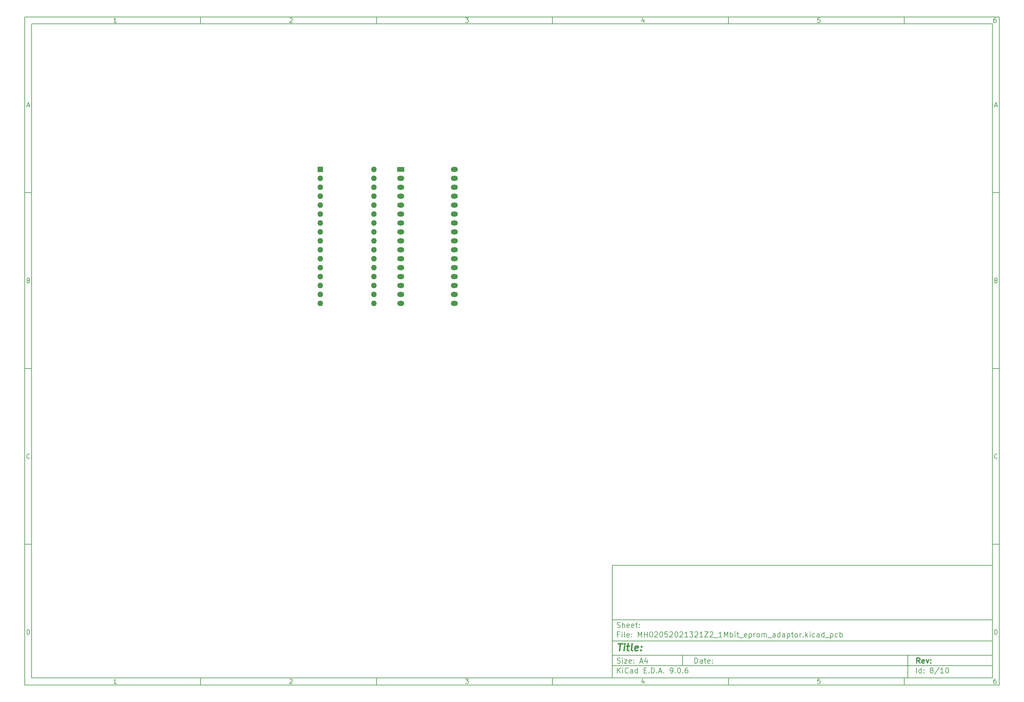
<source format=gbr>
%TF.GenerationSoftware,KiCad,Pcbnew,9.0.6*%
%TF.CreationDate,2026-01-11T11:31:53+09:00*%
%TF.ProjectId,MH02052021321Z2_1Mbit_eprom_adaptor,4d483032-3035-4323-9032-313332315a32,rev?*%
%TF.SameCoordinates,Original*%
%TF.FileFunction,Soldermask,Bot*%
%TF.FilePolarity,Negative*%
%FSLAX46Y46*%
G04 Gerber Fmt 4.6, Leading zero omitted, Abs format (unit mm)*
G04 Created by KiCad (PCBNEW 9.0.6) date 2026-01-11 11:31:53*
%MOMM*%
%LPD*%
G01*
G04 APERTURE LIST*
%ADD10C,0.100000*%
%ADD11C,0.150000*%
%ADD12C,0.300000*%
%ADD13C,0.400000*%
%ADD14R,1.600000X1.600000*%
%ADD15O,1.600000X1.600000*%
%ADD16R,2.000000X1.440000*%
%ADD17O,2.000000X1.440000*%
G04 APERTURE END LIST*
D10*
D11*
X177002200Y-166007200D02*
X285002200Y-166007200D01*
X285002200Y-198007200D01*
X177002200Y-198007200D01*
X177002200Y-166007200D01*
D10*
D11*
X10000000Y-10000000D02*
X287002200Y-10000000D01*
X287002200Y-200007200D01*
X10000000Y-200007200D01*
X10000000Y-10000000D01*
D10*
D11*
X12000000Y-12000000D02*
X285002200Y-12000000D01*
X285002200Y-198007200D01*
X12000000Y-198007200D01*
X12000000Y-12000000D01*
D10*
D11*
X60000000Y-12000000D02*
X60000000Y-10000000D01*
D10*
D11*
X110000000Y-12000000D02*
X110000000Y-10000000D01*
D10*
D11*
X160000000Y-12000000D02*
X160000000Y-10000000D01*
D10*
D11*
X210000000Y-12000000D02*
X210000000Y-10000000D01*
D10*
D11*
X260000000Y-12000000D02*
X260000000Y-10000000D01*
D10*
D11*
X36089160Y-11593604D02*
X35346303Y-11593604D01*
X35717731Y-11593604D02*
X35717731Y-10293604D01*
X35717731Y-10293604D02*
X35593922Y-10479319D01*
X35593922Y-10479319D02*
X35470112Y-10603128D01*
X35470112Y-10603128D02*
X35346303Y-10665033D01*
D10*
D11*
X85346303Y-10417414D02*
X85408207Y-10355509D01*
X85408207Y-10355509D02*
X85532017Y-10293604D01*
X85532017Y-10293604D02*
X85841541Y-10293604D01*
X85841541Y-10293604D02*
X85965350Y-10355509D01*
X85965350Y-10355509D02*
X86027255Y-10417414D01*
X86027255Y-10417414D02*
X86089160Y-10541223D01*
X86089160Y-10541223D02*
X86089160Y-10665033D01*
X86089160Y-10665033D02*
X86027255Y-10850747D01*
X86027255Y-10850747D02*
X85284398Y-11593604D01*
X85284398Y-11593604D02*
X86089160Y-11593604D01*
D10*
D11*
X135284398Y-10293604D02*
X136089160Y-10293604D01*
X136089160Y-10293604D02*
X135655826Y-10788842D01*
X135655826Y-10788842D02*
X135841541Y-10788842D01*
X135841541Y-10788842D02*
X135965350Y-10850747D01*
X135965350Y-10850747D02*
X136027255Y-10912652D01*
X136027255Y-10912652D02*
X136089160Y-11036461D01*
X136089160Y-11036461D02*
X136089160Y-11345985D01*
X136089160Y-11345985D02*
X136027255Y-11469795D01*
X136027255Y-11469795D02*
X135965350Y-11531700D01*
X135965350Y-11531700D02*
X135841541Y-11593604D01*
X135841541Y-11593604D02*
X135470112Y-11593604D01*
X135470112Y-11593604D02*
X135346303Y-11531700D01*
X135346303Y-11531700D02*
X135284398Y-11469795D01*
D10*
D11*
X185965350Y-10726938D02*
X185965350Y-11593604D01*
X185655826Y-10231700D02*
X185346303Y-11160271D01*
X185346303Y-11160271D02*
X186151064Y-11160271D01*
D10*
D11*
X236027255Y-10293604D02*
X235408207Y-10293604D01*
X235408207Y-10293604D02*
X235346303Y-10912652D01*
X235346303Y-10912652D02*
X235408207Y-10850747D01*
X235408207Y-10850747D02*
X235532017Y-10788842D01*
X235532017Y-10788842D02*
X235841541Y-10788842D01*
X235841541Y-10788842D02*
X235965350Y-10850747D01*
X235965350Y-10850747D02*
X236027255Y-10912652D01*
X236027255Y-10912652D02*
X236089160Y-11036461D01*
X236089160Y-11036461D02*
X236089160Y-11345985D01*
X236089160Y-11345985D02*
X236027255Y-11469795D01*
X236027255Y-11469795D02*
X235965350Y-11531700D01*
X235965350Y-11531700D02*
X235841541Y-11593604D01*
X235841541Y-11593604D02*
X235532017Y-11593604D01*
X235532017Y-11593604D02*
X235408207Y-11531700D01*
X235408207Y-11531700D02*
X235346303Y-11469795D01*
D10*
D11*
X285965350Y-10293604D02*
X285717731Y-10293604D01*
X285717731Y-10293604D02*
X285593922Y-10355509D01*
X285593922Y-10355509D02*
X285532017Y-10417414D01*
X285532017Y-10417414D02*
X285408207Y-10603128D01*
X285408207Y-10603128D02*
X285346303Y-10850747D01*
X285346303Y-10850747D02*
X285346303Y-11345985D01*
X285346303Y-11345985D02*
X285408207Y-11469795D01*
X285408207Y-11469795D02*
X285470112Y-11531700D01*
X285470112Y-11531700D02*
X285593922Y-11593604D01*
X285593922Y-11593604D02*
X285841541Y-11593604D01*
X285841541Y-11593604D02*
X285965350Y-11531700D01*
X285965350Y-11531700D02*
X286027255Y-11469795D01*
X286027255Y-11469795D02*
X286089160Y-11345985D01*
X286089160Y-11345985D02*
X286089160Y-11036461D01*
X286089160Y-11036461D02*
X286027255Y-10912652D01*
X286027255Y-10912652D02*
X285965350Y-10850747D01*
X285965350Y-10850747D02*
X285841541Y-10788842D01*
X285841541Y-10788842D02*
X285593922Y-10788842D01*
X285593922Y-10788842D02*
X285470112Y-10850747D01*
X285470112Y-10850747D02*
X285408207Y-10912652D01*
X285408207Y-10912652D02*
X285346303Y-11036461D01*
D10*
D11*
X60000000Y-198007200D02*
X60000000Y-200007200D01*
D10*
D11*
X110000000Y-198007200D02*
X110000000Y-200007200D01*
D10*
D11*
X160000000Y-198007200D02*
X160000000Y-200007200D01*
D10*
D11*
X210000000Y-198007200D02*
X210000000Y-200007200D01*
D10*
D11*
X260000000Y-198007200D02*
X260000000Y-200007200D01*
D10*
D11*
X36089160Y-199600804D02*
X35346303Y-199600804D01*
X35717731Y-199600804D02*
X35717731Y-198300804D01*
X35717731Y-198300804D02*
X35593922Y-198486519D01*
X35593922Y-198486519D02*
X35470112Y-198610328D01*
X35470112Y-198610328D02*
X35346303Y-198672233D01*
D10*
D11*
X85346303Y-198424614D02*
X85408207Y-198362709D01*
X85408207Y-198362709D02*
X85532017Y-198300804D01*
X85532017Y-198300804D02*
X85841541Y-198300804D01*
X85841541Y-198300804D02*
X85965350Y-198362709D01*
X85965350Y-198362709D02*
X86027255Y-198424614D01*
X86027255Y-198424614D02*
X86089160Y-198548423D01*
X86089160Y-198548423D02*
X86089160Y-198672233D01*
X86089160Y-198672233D02*
X86027255Y-198857947D01*
X86027255Y-198857947D02*
X85284398Y-199600804D01*
X85284398Y-199600804D02*
X86089160Y-199600804D01*
D10*
D11*
X135284398Y-198300804D02*
X136089160Y-198300804D01*
X136089160Y-198300804D02*
X135655826Y-198796042D01*
X135655826Y-198796042D02*
X135841541Y-198796042D01*
X135841541Y-198796042D02*
X135965350Y-198857947D01*
X135965350Y-198857947D02*
X136027255Y-198919852D01*
X136027255Y-198919852D02*
X136089160Y-199043661D01*
X136089160Y-199043661D02*
X136089160Y-199353185D01*
X136089160Y-199353185D02*
X136027255Y-199476995D01*
X136027255Y-199476995D02*
X135965350Y-199538900D01*
X135965350Y-199538900D02*
X135841541Y-199600804D01*
X135841541Y-199600804D02*
X135470112Y-199600804D01*
X135470112Y-199600804D02*
X135346303Y-199538900D01*
X135346303Y-199538900D02*
X135284398Y-199476995D01*
D10*
D11*
X185965350Y-198734138D02*
X185965350Y-199600804D01*
X185655826Y-198238900D02*
X185346303Y-199167471D01*
X185346303Y-199167471D02*
X186151064Y-199167471D01*
D10*
D11*
X236027255Y-198300804D02*
X235408207Y-198300804D01*
X235408207Y-198300804D02*
X235346303Y-198919852D01*
X235346303Y-198919852D02*
X235408207Y-198857947D01*
X235408207Y-198857947D02*
X235532017Y-198796042D01*
X235532017Y-198796042D02*
X235841541Y-198796042D01*
X235841541Y-198796042D02*
X235965350Y-198857947D01*
X235965350Y-198857947D02*
X236027255Y-198919852D01*
X236027255Y-198919852D02*
X236089160Y-199043661D01*
X236089160Y-199043661D02*
X236089160Y-199353185D01*
X236089160Y-199353185D02*
X236027255Y-199476995D01*
X236027255Y-199476995D02*
X235965350Y-199538900D01*
X235965350Y-199538900D02*
X235841541Y-199600804D01*
X235841541Y-199600804D02*
X235532017Y-199600804D01*
X235532017Y-199600804D02*
X235408207Y-199538900D01*
X235408207Y-199538900D02*
X235346303Y-199476995D01*
D10*
D11*
X285965350Y-198300804D02*
X285717731Y-198300804D01*
X285717731Y-198300804D02*
X285593922Y-198362709D01*
X285593922Y-198362709D02*
X285532017Y-198424614D01*
X285532017Y-198424614D02*
X285408207Y-198610328D01*
X285408207Y-198610328D02*
X285346303Y-198857947D01*
X285346303Y-198857947D02*
X285346303Y-199353185D01*
X285346303Y-199353185D02*
X285408207Y-199476995D01*
X285408207Y-199476995D02*
X285470112Y-199538900D01*
X285470112Y-199538900D02*
X285593922Y-199600804D01*
X285593922Y-199600804D02*
X285841541Y-199600804D01*
X285841541Y-199600804D02*
X285965350Y-199538900D01*
X285965350Y-199538900D02*
X286027255Y-199476995D01*
X286027255Y-199476995D02*
X286089160Y-199353185D01*
X286089160Y-199353185D02*
X286089160Y-199043661D01*
X286089160Y-199043661D02*
X286027255Y-198919852D01*
X286027255Y-198919852D02*
X285965350Y-198857947D01*
X285965350Y-198857947D02*
X285841541Y-198796042D01*
X285841541Y-198796042D02*
X285593922Y-198796042D01*
X285593922Y-198796042D02*
X285470112Y-198857947D01*
X285470112Y-198857947D02*
X285408207Y-198919852D01*
X285408207Y-198919852D02*
X285346303Y-199043661D01*
D10*
D11*
X10000000Y-60000000D02*
X12000000Y-60000000D01*
D10*
D11*
X10000000Y-110000000D02*
X12000000Y-110000000D01*
D10*
D11*
X10000000Y-160000000D02*
X12000000Y-160000000D01*
D10*
D11*
X10690476Y-35222176D02*
X11309523Y-35222176D01*
X10566666Y-35593604D02*
X10999999Y-34293604D01*
X10999999Y-34293604D02*
X11433333Y-35593604D01*
D10*
D11*
X11092857Y-84912652D02*
X11278571Y-84974557D01*
X11278571Y-84974557D02*
X11340476Y-85036461D01*
X11340476Y-85036461D02*
X11402380Y-85160271D01*
X11402380Y-85160271D02*
X11402380Y-85345985D01*
X11402380Y-85345985D02*
X11340476Y-85469795D01*
X11340476Y-85469795D02*
X11278571Y-85531700D01*
X11278571Y-85531700D02*
X11154761Y-85593604D01*
X11154761Y-85593604D02*
X10659523Y-85593604D01*
X10659523Y-85593604D02*
X10659523Y-84293604D01*
X10659523Y-84293604D02*
X11092857Y-84293604D01*
X11092857Y-84293604D02*
X11216666Y-84355509D01*
X11216666Y-84355509D02*
X11278571Y-84417414D01*
X11278571Y-84417414D02*
X11340476Y-84541223D01*
X11340476Y-84541223D02*
X11340476Y-84665033D01*
X11340476Y-84665033D02*
X11278571Y-84788842D01*
X11278571Y-84788842D02*
X11216666Y-84850747D01*
X11216666Y-84850747D02*
X11092857Y-84912652D01*
X11092857Y-84912652D02*
X10659523Y-84912652D01*
D10*
D11*
X11402380Y-135469795D02*
X11340476Y-135531700D01*
X11340476Y-135531700D02*
X11154761Y-135593604D01*
X11154761Y-135593604D02*
X11030952Y-135593604D01*
X11030952Y-135593604D02*
X10845238Y-135531700D01*
X10845238Y-135531700D02*
X10721428Y-135407890D01*
X10721428Y-135407890D02*
X10659523Y-135284080D01*
X10659523Y-135284080D02*
X10597619Y-135036461D01*
X10597619Y-135036461D02*
X10597619Y-134850747D01*
X10597619Y-134850747D02*
X10659523Y-134603128D01*
X10659523Y-134603128D02*
X10721428Y-134479319D01*
X10721428Y-134479319D02*
X10845238Y-134355509D01*
X10845238Y-134355509D02*
X11030952Y-134293604D01*
X11030952Y-134293604D02*
X11154761Y-134293604D01*
X11154761Y-134293604D02*
X11340476Y-134355509D01*
X11340476Y-134355509D02*
X11402380Y-134417414D01*
D10*
D11*
X10659523Y-185593604D02*
X10659523Y-184293604D01*
X10659523Y-184293604D02*
X10969047Y-184293604D01*
X10969047Y-184293604D02*
X11154761Y-184355509D01*
X11154761Y-184355509D02*
X11278571Y-184479319D01*
X11278571Y-184479319D02*
X11340476Y-184603128D01*
X11340476Y-184603128D02*
X11402380Y-184850747D01*
X11402380Y-184850747D02*
X11402380Y-185036461D01*
X11402380Y-185036461D02*
X11340476Y-185284080D01*
X11340476Y-185284080D02*
X11278571Y-185407890D01*
X11278571Y-185407890D02*
X11154761Y-185531700D01*
X11154761Y-185531700D02*
X10969047Y-185593604D01*
X10969047Y-185593604D02*
X10659523Y-185593604D01*
D10*
D11*
X287002200Y-60000000D02*
X285002200Y-60000000D01*
D10*
D11*
X287002200Y-110000000D02*
X285002200Y-110000000D01*
D10*
D11*
X287002200Y-160000000D02*
X285002200Y-160000000D01*
D10*
D11*
X285692676Y-35222176D02*
X286311723Y-35222176D01*
X285568866Y-35593604D02*
X286002199Y-34293604D01*
X286002199Y-34293604D02*
X286435533Y-35593604D01*
D10*
D11*
X286095057Y-84912652D02*
X286280771Y-84974557D01*
X286280771Y-84974557D02*
X286342676Y-85036461D01*
X286342676Y-85036461D02*
X286404580Y-85160271D01*
X286404580Y-85160271D02*
X286404580Y-85345985D01*
X286404580Y-85345985D02*
X286342676Y-85469795D01*
X286342676Y-85469795D02*
X286280771Y-85531700D01*
X286280771Y-85531700D02*
X286156961Y-85593604D01*
X286156961Y-85593604D02*
X285661723Y-85593604D01*
X285661723Y-85593604D02*
X285661723Y-84293604D01*
X285661723Y-84293604D02*
X286095057Y-84293604D01*
X286095057Y-84293604D02*
X286218866Y-84355509D01*
X286218866Y-84355509D02*
X286280771Y-84417414D01*
X286280771Y-84417414D02*
X286342676Y-84541223D01*
X286342676Y-84541223D02*
X286342676Y-84665033D01*
X286342676Y-84665033D02*
X286280771Y-84788842D01*
X286280771Y-84788842D02*
X286218866Y-84850747D01*
X286218866Y-84850747D02*
X286095057Y-84912652D01*
X286095057Y-84912652D02*
X285661723Y-84912652D01*
D10*
D11*
X286404580Y-135469795D02*
X286342676Y-135531700D01*
X286342676Y-135531700D02*
X286156961Y-135593604D01*
X286156961Y-135593604D02*
X286033152Y-135593604D01*
X286033152Y-135593604D02*
X285847438Y-135531700D01*
X285847438Y-135531700D02*
X285723628Y-135407890D01*
X285723628Y-135407890D02*
X285661723Y-135284080D01*
X285661723Y-135284080D02*
X285599819Y-135036461D01*
X285599819Y-135036461D02*
X285599819Y-134850747D01*
X285599819Y-134850747D02*
X285661723Y-134603128D01*
X285661723Y-134603128D02*
X285723628Y-134479319D01*
X285723628Y-134479319D02*
X285847438Y-134355509D01*
X285847438Y-134355509D02*
X286033152Y-134293604D01*
X286033152Y-134293604D02*
X286156961Y-134293604D01*
X286156961Y-134293604D02*
X286342676Y-134355509D01*
X286342676Y-134355509D02*
X286404580Y-134417414D01*
D10*
D11*
X285661723Y-185593604D02*
X285661723Y-184293604D01*
X285661723Y-184293604D02*
X285971247Y-184293604D01*
X285971247Y-184293604D02*
X286156961Y-184355509D01*
X286156961Y-184355509D02*
X286280771Y-184479319D01*
X286280771Y-184479319D02*
X286342676Y-184603128D01*
X286342676Y-184603128D02*
X286404580Y-184850747D01*
X286404580Y-184850747D02*
X286404580Y-185036461D01*
X286404580Y-185036461D02*
X286342676Y-185284080D01*
X286342676Y-185284080D02*
X286280771Y-185407890D01*
X286280771Y-185407890D02*
X286156961Y-185531700D01*
X286156961Y-185531700D02*
X285971247Y-185593604D01*
X285971247Y-185593604D02*
X285661723Y-185593604D01*
D10*
D11*
X200458026Y-193793328D02*
X200458026Y-192293328D01*
X200458026Y-192293328D02*
X200815169Y-192293328D01*
X200815169Y-192293328D02*
X201029455Y-192364757D01*
X201029455Y-192364757D02*
X201172312Y-192507614D01*
X201172312Y-192507614D02*
X201243741Y-192650471D01*
X201243741Y-192650471D02*
X201315169Y-192936185D01*
X201315169Y-192936185D02*
X201315169Y-193150471D01*
X201315169Y-193150471D02*
X201243741Y-193436185D01*
X201243741Y-193436185D02*
X201172312Y-193579042D01*
X201172312Y-193579042D02*
X201029455Y-193721900D01*
X201029455Y-193721900D02*
X200815169Y-193793328D01*
X200815169Y-193793328D02*
X200458026Y-193793328D01*
X202600884Y-193793328D02*
X202600884Y-193007614D01*
X202600884Y-193007614D02*
X202529455Y-192864757D01*
X202529455Y-192864757D02*
X202386598Y-192793328D01*
X202386598Y-192793328D02*
X202100884Y-192793328D01*
X202100884Y-192793328D02*
X201958026Y-192864757D01*
X202600884Y-193721900D02*
X202458026Y-193793328D01*
X202458026Y-193793328D02*
X202100884Y-193793328D01*
X202100884Y-193793328D02*
X201958026Y-193721900D01*
X201958026Y-193721900D02*
X201886598Y-193579042D01*
X201886598Y-193579042D02*
X201886598Y-193436185D01*
X201886598Y-193436185D02*
X201958026Y-193293328D01*
X201958026Y-193293328D02*
X202100884Y-193221900D01*
X202100884Y-193221900D02*
X202458026Y-193221900D01*
X202458026Y-193221900D02*
X202600884Y-193150471D01*
X203100884Y-192793328D02*
X203672312Y-192793328D01*
X203315169Y-192293328D02*
X203315169Y-193579042D01*
X203315169Y-193579042D02*
X203386598Y-193721900D01*
X203386598Y-193721900D02*
X203529455Y-193793328D01*
X203529455Y-193793328D02*
X203672312Y-193793328D01*
X204743741Y-193721900D02*
X204600884Y-193793328D01*
X204600884Y-193793328D02*
X204315170Y-193793328D01*
X204315170Y-193793328D02*
X204172312Y-193721900D01*
X204172312Y-193721900D02*
X204100884Y-193579042D01*
X204100884Y-193579042D02*
X204100884Y-193007614D01*
X204100884Y-193007614D02*
X204172312Y-192864757D01*
X204172312Y-192864757D02*
X204315170Y-192793328D01*
X204315170Y-192793328D02*
X204600884Y-192793328D01*
X204600884Y-192793328D02*
X204743741Y-192864757D01*
X204743741Y-192864757D02*
X204815170Y-193007614D01*
X204815170Y-193007614D02*
X204815170Y-193150471D01*
X204815170Y-193150471D02*
X204100884Y-193293328D01*
X205458026Y-193650471D02*
X205529455Y-193721900D01*
X205529455Y-193721900D02*
X205458026Y-193793328D01*
X205458026Y-193793328D02*
X205386598Y-193721900D01*
X205386598Y-193721900D02*
X205458026Y-193650471D01*
X205458026Y-193650471D02*
X205458026Y-193793328D01*
X205458026Y-192864757D02*
X205529455Y-192936185D01*
X205529455Y-192936185D02*
X205458026Y-193007614D01*
X205458026Y-193007614D02*
X205386598Y-192936185D01*
X205386598Y-192936185D02*
X205458026Y-192864757D01*
X205458026Y-192864757D02*
X205458026Y-193007614D01*
D10*
D11*
X177002200Y-194507200D02*
X285002200Y-194507200D01*
D10*
D11*
X178458026Y-196593328D02*
X178458026Y-195093328D01*
X179315169Y-196593328D02*
X178672312Y-195736185D01*
X179315169Y-195093328D02*
X178458026Y-195950471D01*
X179958026Y-196593328D02*
X179958026Y-195593328D01*
X179958026Y-195093328D02*
X179886598Y-195164757D01*
X179886598Y-195164757D02*
X179958026Y-195236185D01*
X179958026Y-195236185D02*
X180029455Y-195164757D01*
X180029455Y-195164757D02*
X179958026Y-195093328D01*
X179958026Y-195093328D02*
X179958026Y-195236185D01*
X181529455Y-196450471D02*
X181458027Y-196521900D01*
X181458027Y-196521900D02*
X181243741Y-196593328D01*
X181243741Y-196593328D02*
X181100884Y-196593328D01*
X181100884Y-196593328D02*
X180886598Y-196521900D01*
X180886598Y-196521900D02*
X180743741Y-196379042D01*
X180743741Y-196379042D02*
X180672312Y-196236185D01*
X180672312Y-196236185D02*
X180600884Y-195950471D01*
X180600884Y-195950471D02*
X180600884Y-195736185D01*
X180600884Y-195736185D02*
X180672312Y-195450471D01*
X180672312Y-195450471D02*
X180743741Y-195307614D01*
X180743741Y-195307614D02*
X180886598Y-195164757D01*
X180886598Y-195164757D02*
X181100884Y-195093328D01*
X181100884Y-195093328D02*
X181243741Y-195093328D01*
X181243741Y-195093328D02*
X181458027Y-195164757D01*
X181458027Y-195164757D02*
X181529455Y-195236185D01*
X182815170Y-196593328D02*
X182815170Y-195807614D01*
X182815170Y-195807614D02*
X182743741Y-195664757D01*
X182743741Y-195664757D02*
X182600884Y-195593328D01*
X182600884Y-195593328D02*
X182315170Y-195593328D01*
X182315170Y-195593328D02*
X182172312Y-195664757D01*
X182815170Y-196521900D02*
X182672312Y-196593328D01*
X182672312Y-196593328D02*
X182315170Y-196593328D01*
X182315170Y-196593328D02*
X182172312Y-196521900D01*
X182172312Y-196521900D02*
X182100884Y-196379042D01*
X182100884Y-196379042D02*
X182100884Y-196236185D01*
X182100884Y-196236185D02*
X182172312Y-196093328D01*
X182172312Y-196093328D02*
X182315170Y-196021900D01*
X182315170Y-196021900D02*
X182672312Y-196021900D01*
X182672312Y-196021900D02*
X182815170Y-195950471D01*
X184172313Y-196593328D02*
X184172313Y-195093328D01*
X184172313Y-196521900D02*
X184029455Y-196593328D01*
X184029455Y-196593328D02*
X183743741Y-196593328D01*
X183743741Y-196593328D02*
X183600884Y-196521900D01*
X183600884Y-196521900D02*
X183529455Y-196450471D01*
X183529455Y-196450471D02*
X183458027Y-196307614D01*
X183458027Y-196307614D02*
X183458027Y-195879042D01*
X183458027Y-195879042D02*
X183529455Y-195736185D01*
X183529455Y-195736185D02*
X183600884Y-195664757D01*
X183600884Y-195664757D02*
X183743741Y-195593328D01*
X183743741Y-195593328D02*
X184029455Y-195593328D01*
X184029455Y-195593328D02*
X184172313Y-195664757D01*
X186029455Y-195807614D02*
X186529455Y-195807614D01*
X186743741Y-196593328D02*
X186029455Y-196593328D01*
X186029455Y-196593328D02*
X186029455Y-195093328D01*
X186029455Y-195093328D02*
X186743741Y-195093328D01*
X187386598Y-196450471D02*
X187458027Y-196521900D01*
X187458027Y-196521900D02*
X187386598Y-196593328D01*
X187386598Y-196593328D02*
X187315170Y-196521900D01*
X187315170Y-196521900D02*
X187386598Y-196450471D01*
X187386598Y-196450471D02*
X187386598Y-196593328D01*
X188100884Y-196593328D02*
X188100884Y-195093328D01*
X188100884Y-195093328D02*
X188458027Y-195093328D01*
X188458027Y-195093328D02*
X188672313Y-195164757D01*
X188672313Y-195164757D02*
X188815170Y-195307614D01*
X188815170Y-195307614D02*
X188886599Y-195450471D01*
X188886599Y-195450471D02*
X188958027Y-195736185D01*
X188958027Y-195736185D02*
X188958027Y-195950471D01*
X188958027Y-195950471D02*
X188886599Y-196236185D01*
X188886599Y-196236185D02*
X188815170Y-196379042D01*
X188815170Y-196379042D02*
X188672313Y-196521900D01*
X188672313Y-196521900D02*
X188458027Y-196593328D01*
X188458027Y-196593328D02*
X188100884Y-196593328D01*
X189600884Y-196450471D02*
X189672313Y-196521900D01*
X189672313Y-196521900D02*
X189600884Y-196593328D01*
X189600884Y-196593328D02*
X189529456Y-196521900D01*
X189529456Y-196521900D02*
X189600884Y-196450471D01*
X189600884Y-196450471D02*
X189600884Y-196593328D01*
X190243742Y-196164757D02*
X190958028Y-196164757D01*
X190100885Y-196593328D02*
X190600885Y-195093328D01*
X190600885Y-195093328D02*
X191100885Y-196593328D01*
X191600884Y-196450471D02*
X191672313Y-196521900D01*
X191672313Y-196521900D02*
X191600884Y-196593328D01*
X191600884Y-196593328D02*
X191529456Y-196521900D01*
X191529456Y-196521900D02*
X191600884Y-196450471D01*
X191600884Y-196450471D02*
X191600884Y-196593328D01*
X193529456Y-196593328D02*
X193815170Y-196593328D01*
X193815170Y-196593328D02*
X193958027Y-196521900D01*
X193958027Y-196521900D02*
X194029456Y-196450471D01*
X194029456Y-196450471D02*
X194172313Y-196236185D01*
X194172313Y-196236185D02*
X194243742Y-195950471D01*
X194243742Y-195950471D02*
X194243742Y-195379042D01*
X194243742Y-195379042D02*
X194172313Y-195236185D01*
X194172313Y-195236185D02*
X194100885Y-195164757D01*
X194100885Y-195164757D02*
X193958027Y-195093328D01*
X193958027Y-195093328D02*
X193672313Y-195093328D01*
X193672313Y-195093328D02*
X193529456Y-195164757D01*
X193529456Y-195164757D02*
X193458027Y-195236185D01*
X193458027Y-195236185D02*
X193386599Y-195379042D01*
X193386599Y-195379042D02*
X193386599Y-195736185D01*
X193386599Y-195736185D02*
X193458027Y-195879042D01*
X193458027Y-195879042D02*
X193529456Y-195950471D01*
X193529456Y-195950471D02*
X193672313Y-196021900D01*
X193672313Y-196021900D02*
X193958027Y-196021900D01*
X193958027Y-196021900D02*
X194100885Y-195950471D01*
X194100885Y-195950471D02*
X194172313Y-195879042D01*
X194172313Y-195879042D02*
X194243742Y-195736185D01*
X194886598Y-196450471D02*
X194958027Y-196521900D01*
X194958027Y-196521900D02*
X194886598Y-196593328D01*
X194886598Y-196593328D02*
X194815170Y-196521900D01*
X194815170Y-196521900D02*
X194886598Y-196450471D01*
X194886598Y-196450471D02*
X194886598Y-196593328D01*
X195886599Y-195093328D02*
X196029456Y-195093328D01*
X196029456Y-195093328D02*
X196172313Y-195164757D01*
X196172313Y-195164757D02*
X196243742Y-195236185D01*
X196243742Y-195236185D02*
X196315170Y-195379042D01*
X196315170Y-195379042D02*
X196386599Y-195664757D01*
X196386599Y-195664757D02*
X196386599Y-196021900D01*
X196386599Y-196021900D02*
X196315170Y-196307614D01*
X196315170Y-196307614D02*
X196243742Y-196450471D01*
X196243742Y-196450471D02*
X196172313Y-196521900D01*
X196172313Y-196521900D02*
X196029456Y-196593328D01*
X196029456Y-196593328D02*
X195886599Y-196593328D01*
X195886599Y-196593328D02*
X195743742Y-196521900D01*
X195743742Y-196521900D02*
X195672313Y-196450471D01*
X195672313Y-196450471D02*
X195600884Y-196307614D01*
X195600884Y-196307614D02*
X195529456Y-196021900D01*
X195529456Y-196021900D02*
X195529456Y-195664757D01*
X195529456Y-195664757D02*
X195600884Y-195379042D01*
X195600884Y-195379042D02*
X195672313Y-195236185D01*
X195672313Y-195236185D02*
X195743742Y-195164757D01*
X195743742Y-195164757D02*
X195886599Y-195093328D01*
X197029455Y-196450471D02*
X197100884Y-196521900D01*
X197100884Y-196521900D02*
X197029455Y-196593328D01*
X197029455Y-196593328D02*
X196958027Y-196521900D01*
X196958027Y-196521900D02*
X197029455Y-196450471D01*
X197029455Y-196450471D02*
X197029455Y-196593328D01*
X198386599Y-195093328D02*
X198100884Y-195093328D01*
X198100884Y-195093328D02*
X197958027Y-195164757D01*
X197958027Y-195164757D02*
X197886599Y-195236185D01*
X197886599Y-195236185D02*
X197743741Y-195450471D01*
X197743741Y-195450471D02*
X197672313Y-195736185D01*
X197672313Y-195736185D02*
X197672313Y-196307614D01*
X197672313Y-196307614D02*
X197743741Y-196450471D01*
X197743741Y-196450471D02*
X197815170Y-196521900D01*
X197815170Y-196521900D02*
X197958027Y-196593328D01*
X197958027Y-196593328D02*
X198243741Y-196593328D01*
X198243741Y-196593328D02*
X198386599Y-196521900D01*
X198386599Y-196521900D02*
X198458027Y-196450471D01*
X198458027Y-196450471D02*
X198529456Y-196307614D01*
X198529456Y-196307614D02*
X198529456Y-195950471D01*
X198529456Y-195950471D02*
X198458027Y-195807614D01*
X198458027Y-195807614D02*
X198386599Y-195736185D01*
X198386599Y-195736185D02*
X198243741Y-195664757D01*
X198243741Y-195664757D02*
X197958027Y-195664757D01*
X197958027Y-195664757D02*
X197815170Y-195736185D01*
X197815170Y-195736185D02*
X197743741Y-195807614D01*
X197743741Y-195807614D02*
X197672313Y-195950471D01*
D10*
D11*
X177002200Y-191507200D02*
X285002200Y-191507200D01*
D10*
D12*
X264413853Y-193785528D02*
X263913853Y-193071242D01*
X263556710Y-193785528D02*
X263556710Y-192285528D01*
X263556710Y-192285528D02*
X264128139Y-192285528D01*
X264128139Y-192285528D02*
X264270996Y-192356957D01*
X264270996Y-192356957D02*
X264342425Y-192428385D01*
X264342425Y-192428385D02*
X264413853Y-192571242D01*
X264413853Y-192571242D02*
X264413853Y-192785528D01*
X264413853Y-192785528D02*
X264342425Y-192928385D01*
X264342425Y-192928385D02*
X264270996Y-192999814D01*
X264270996Y-192999814D02*
X264128139Y-193071242D01*
X264128139Y-193071242D02*
X263556710Y-193071242D01*
X265628139Y-193714100D02*
X265485282Y-193785528D01*
X265485282Y-193785528D02*
X265199568Y-193785528D01*
X265199568Y-193785528D02*
X265056710Y-193714100D01*
X265056710Y-193714100D02*
X264985282Y-193571242D01*
X264985282Y-193571242D02*
X264985282Y-192999814D01*
X264985282Y-192999814D02*
X265056710Y-192856957D01*
X265056710Y-192856957D02*
X265199568Y-192785528D01*
X265199568Y-192785528D02*
X265485282Y-192785528D01*
X265485282Y-192785528D02*
X265628139Y-192856957D01*
X265628139Y-192856957D02*
X265699568Y-192999814D01*
X265699568Y-192999814D02*
X265699568Y-193142671D01*
X265699568Y-193142671D02*
X264985282Y-193285528D01*
X266199567Y-192785528D02*
X266556710Y-193785528D01*
X266556710Y-193785528D02*
X266913853Y-192785528D01*
X267485281Y-193642671D02*
X267556710Y-193714100D01*
X267556710Y-193714100D02*
X267485281Y-193785528D01*
X267485281Y-193785528D02*
X267413853Y-193714100D01*
X267413853Y-193714100D02*
X267485281Y-193642671D01*
X267485281Y-193642671D02*
X267485281Y-193785528D01*
X267485281Y-192856957D02*
X267556710Y-192928385D01*
X267556710Y-192928385D02*
X267485281Y-192999814D01*
X267485281Y-192999814D02*
X267413853Y-192928385D01*
X267413853Y-192928385D02*
X267485281Y-192856957D01*
X267485281Y-192856957D02*
X267485281Y-192999814D01*
D10*
D11*
X178386598Y-193721900D02*
X178600884Y-193793328D01*
X178600884Y-193793328D02*
X178958026Y-193793328D01*
X178958026Y-193793328D02*
X179100884Y-193721900D01*
X179100884Y-193721900D02*
X179172312Y-193650471D01*
X179172312Y-193650471D02*
X179243741Y-193507614D01*
X179243741Y-193507614D02*
X179243741Y-193364757D01*
X179243741Y-193364757D02*
X179172312Y-193221900D01*
X179172312Y-193221900D02*
X179100884Y-193150471D01*
X179100884Y-193150471D02*
X178958026Y-193079042D01*
X178958026Y-193079042D02*
X178672312Y-193007614D01*
X178672312Y-193007614D02*
X178529455Y-192936185D01*
X178529455Y-192936185D02*
X178458026Y-192864757D01*
X178458026Y-192864757D02*
X178386598Y-192721900D01*
X178386598Y-192721900D02*
X178386598Y-192579042D01*
X178386598Y-192579042D02*
X178458026Y-192436185D01*
X178458026Y-192436185D02*
X178529455Y-192364757D01*
X178529455Y-192364757D02*
X178672312Y-192293328D01*
X178672312Y-192293328D02*
X179029455Y-192293328D01*
X179029455Y-192293328D02*
X179243741Y-192364757D01*
X179886597Y-193793328D02*
X179886597Y-192793328D01*
X179886597Y-192293328D02*
X179815169Y-192364757D01*
X179815169Y-192364757D02*
X179886597Y-192436185D01*
X179886597Y-192436185D02*
X179958026Y-192364757D01*
X179958026Y-192364757D02*
X179886597Y-192293328D01*
X179886597Y-192293328D02*
X179886597Y-192436185D01*
X180458026Y-192793328D02*
X181243741Y-192793328D01*
X181243741Y-192793328D02*
X180458026Y-193793328D01*
X180458026Y-193793328D02*
X181243741Y-193793328D01*
X182386598Y-193721900D02*
X182243741Y-193793328D01*
X182243741Y-193793328D02*
X181958027Y-193793328D01*
X181958027Y-193793328D02*
X181815169Y-193721900D01*
X181815169Y-193721900D02*
X181743741Y-193579042D01*
X181743741Y-193579042D02*
X181743741Y-193007614D01*
X181743741Y-193007614D02*
X181815169Y-192864757D01*
X181815169Y-192864757D02*
X181958027Y-192793328D01*
X181958027Y-192793328D02*
X182243741Y-192793328D01*
X182243741Y-192793328D02*
X182386598Y-192864757D01*
X182386598Y-192864757D02*
X182458027Y-193007614D01*
X182458027Y-193007614D02*
X182458027Y-193150471D01*
X182458027Y-193150471D02*
X181743741Y-193293328D01*
X183100883Y-193650471D02*
X183172312Y-193721900D01*
X183172312Y-193721900D02*
X183100883Y-193793328D01*
X183100883Y-193793328D02*
X183029455Y-193721900D01*
X183029455Y-193721900D02*
X183100883Y-193650471D01*
X183100883Y-193650471D02*
X183100883Y-193793328D01*
X183100883Y-192864757D02*
X183172312Y-192936185D01*
X183172312Y-192936185D02*
X183100883Y-193007614D01*
X183100883Y-193007614D02*
X183029455Y-192936185D01*
X183029455Y-192936185D02*
X183100883Y-192864757D01*
X183100883Y-192864757D02*
X183100883Y-193007614D01*
X184886598Y-193364757D02*
X185600884Y-193364757D01*
X184743741Y-193793328D02*
X185243741Y-192293328D01*
X185243741Y-192293328D02*
X185743741Y-193793328D01*
X186886598Y-192793328D02*
X186886598Y-193793328D01*
X186529455Y-192221900D02*
X186172312Y-193293328D01*
X186172312Y-193293328D02*
X187100883Y-193293328D01*
D10*
D11*
X263458026Y-196593328D02*
X263458026Y-195093328D01*
X264815170Y-196593328D02*
X264815170Y-195093328D01*
X264815170Y-196521900D02*
X264672312Y-196593328D01*
X264672312Y-196593328D02*
X264386598Y-196593328D01*
X264386598Y-196593328D02*
X264243741Y-196521900D01*
X264243741Y-196521900D02*
X264172312Y-196450471D01*
X264172312Y-196450471D02*
X264100884Y-196307614D01*
X264100884Y-196307614D02*
X264100884Y-195879042D01*
X264100884Y-195879042D02*
X264172312Y-195736185D01*
X264172312Y-195736185D02*
X264243741Y-195664757D01*
X264243741Y-195664757D02*
X264386598Y-195593328D01*
X264386598Y-195593328D02*
X264672312Y-195593328D01*
X264672312Y-195593328D02*
X264815170Y-195664757D01*
X265529455Y-196450471D02*
X265600884Y-196521900D01*
X265600884Y-196521900D02*
X265529455Y-196593328D01*
X265529455Y-196593328D02*
X265458027Y-196521900D01*
X265458027Y-196521900D02*
X265529455Y-196450471D01*
X265529455Y-196450471D02*
X265529455Y-196593328D01*
X265529455Y-195664757D02*
X265600884Y-195736185D01*
X265600884Y-195736185D02*
X265529455Y-195807614D01*
X265529455Y-195807614D02*
X265458027Y-195736185D01*
X265458027Y-195736185D02*
X265529455Y-195664757D01*
X265529455Y-195664757D02*
X265529455Y-195807614D01*
X267600884Y-195736185D02*
X267458027Y-195664757D01*
X267458027Y-195664757D02*
X267386598Y-195593328D01*
X267386598Y-195593328D02*
X267315170Y-195450471D01*
X267315170Y-195450471D02*
X267315170Y-195379042D01*
X267315170Y-195379042D02*
X267386598Y-195236185D01*
X267386598Y-195236185D02*
X267458027Y-195164757D01*
X267458027Y-195164757D02*
X267600884Y-195093328D01*
X267600884Y-195093328D02*
X267886598Y-195093328D01*
X267886598Y-195093328D02*
X268029456Y-195164757D01*
X268029456Y-195164757D02*
X268100884Y-195236185D01*
X268100884Y-195236185D02*
X268172313Y-195379042D01*
X268172313Y-195379042D02*
X268172313Y-195450471D01*
X268172313Y-195450471D02*
X268100884Y-195593328D01*
X268100884Y-195593328D02*
X268029456Y-195664757D01*
X268029456Y-195664757D02*
X267886598Y-195736185D01*
X267886598Y-195736185D02*
X267600884Y-195736185D01*
X267600884Y-195736185D02*
X267458027Y-195807614D01*
X267458027Y-195807614D02*
X267386598Y-195879042D01*
X267386598Y-195879042D02*
X267315170Y-196021900D01*
X267315170Y-196021900D02*
X267315170Y-196307614D01*
X267315170Y-196307614D02*
X267386598Y-196450471D01*
X267386598Y-196450471D02*
X267458027Y-196521900D01*
X267458027Y-196521900D02*
X267600884Y-196593328D01*
X267600884Y-196593328D02*
X267886598Y-196593328D01*
X267886598Y-196593328D02*
X268029456Y-196521900D01*
X268029456Y-196521900D02*
X268100884Y-196450471D01*
X268100884Y-196450471D02*
X268172313Y-196307614D01*
X268172313Y-196307614D02*
X268172313Y-196021900D01*
X268172313Y-196021900D02*
X268100884Y-195879042D01*
X268100884Y-195879042D02*
X268029456Y-195807614D01*
X268029456Y-195807614D02*
X267886598Y-195736185D01*
X269886598Y-195021900D02*
X268600884Y-196950471D01*
X271172313Y-196593328D02*
X270315170Y-196593328D01*
X270743741Y-196593328D02*
X270743741Y-195093328D01*
X270743741Y-195093328D02*
X270600884Y-195307614D01*
X270600884Y-195307614D02*
X270458027Y-195450471D01*
X270458027Y-195450471D02*
X270315170Y-195521900D01*
X272100884Y-195093328D02*
X272243741Y-195093328D01*
X272243741Y-195093328D02*
X272386598Y-195164757D01*
X272386598Y-195164757D02*
X272458027Y-195236185D01*
X272458027Y-195236185D02*
X272529455Y-195379042D01*
X272529455Y-195379042D02*
X272600884Y-195664757D01*
X272600884Y-195664757D02*
X272600884Y-196021900D01*
X272600884Y-196021900D02*
X272529455Y-196307614D01*
X272529455Y-196307614D02*
X272458027Y-196450471D01*
X272458027Y-196450471D02*
X272386598Y-196521900D01*
X272386598Y-196521900D02*
X272243741Y-196593328D01*
X272243741Y-196593328D02*
X272100884Y-196593328D01*
X272100884Y-196593328D02*
X271958027Y-196521900D01*
X271958027Y-196521900D02*
X271886598Y-196450471D01*
X271886598Y-196450471D02*
X271815169Y-196307614D01*
X271815169Y-196307614D02*
X271743741Y-196021900D01*
X271743741Y-196021900D02*
X271743741Y-195664757D01*
X271743741Y-195664757D02*
X271815169Y-195379042D01*
X271815169Y-195379042D02*
X271886598Y-195236185D01*
X271886598Y-195236185D02*
X271958027Y-195164757D01*
X271958027Y-195164757D02*
X272100884Y-195093328D01*
D10*
D11*
X177002200Y-187507200D02*
X285002200Y-187507200D01*
D10*
D13*
X178693928Y-188211638D02*
X179836785Y-188211638D01*
X179015357Y-190211638D02*
X179265357Y-188211638D01*
X180253452Y-190211638D02*
X180420119Y-188878304D01*
X180503452Y-188211638D02*
X180396309Y-188306876D01*
X180396309Y-188306876D02*
X180479643Y-188402114D01*
X180479643Y-188402114D02*
X180586786Y-188306876D01*
X180586786Y-188306876D02*
X180503452Y-188211638D01*
X180503452Y-188211638D02*
X180479643Y-188402114D01*
X181086786Y-188878304D02*
X181848690Y-188878304D01*
X181455833Y-188211638D02*
X181241548Y-189925923D01*
X181241548Y-189925923D02*
X181312976Y-190116400D01*
X181312976Y-190116400D02*
X181491548Y-190211638D01*
X181491548Y-190211638D02*
X181682024Y-190211638D01*
X182634405Y-190211638D02*
X182455833Y-190116400D01*
X182455833Y-190116400D02*
X182384405Y-189925923D01*
X182384405Y-189925923D02*
X182598690Y-188211638D01*
X184170119Y-190116400D02*
X183967738Y-190211638D01*
X183967738Y-190211638D02*
X183586785Y-190211638D01*
X183586785Y-190211638D02*
X183408214Y-190116400D01*
X183408214Y-190116400D02*
X183336785Y-189925923D01*
X183336785Y-189925923D02*
X183432024Y-189164019D01*
X183432024Y-189164019D02*
X183551071Y-188973542D01*
X183551071Y-188973542D02*
X183753452Y-188878304D01*
X183753452Y-188878304D02*
X184134404Y-188878304D01*
X184134404Y-188878304D02*
X184312976Y-188973542D01*
X184312976Y-188973542D02*
X184384404Y-189164019D01*
X184384404Y-189164019D02*
X184360595Y-189354495D01*
X184360595Y-189354495D02*
X183384404Y-189544971D01*
X185134405Y-190021161D02*
X185217738Y-190116400D01*
X185217738Y-190116400D02*
X185110595Y-190211638D01*
X185110595Y-190211638D02*
X185027262Y-190116400D01*
X185027262Y-190116400D02*
X185134405Y-190021161D01*
X185134405Y-190021161D02*
X185110595Y-190211638D01*
X185265357Y-188973542D02*
X185348690Y-189068780D01*
X185348690Y-189068780D02*
X185241548Y-189164019D01*
X185241548Y-189164019D02*
X185158214Y-189068780D01*
X185158214Y-189068780D02*
X185265357Y-188973542D01*
X185265357Y-188973542D02*
X185241548Y-189164019D01*
D10*
D11*
X178958026Y-185607614D02*
X178458026Y-185607614D01*
X178458026Y-186393328D02*
X178458026Y-184893328D01*
X178458026Y-184893328D02*
X179172312Y-184893328D01*
X179743740Y-186393328D02*
X179743740Y-185393328D01*
X179743740Y-184893328D02*
X179672312Y-184964757D01*
X179672312Y-184964757D02*
X179743740Y-185036185D01*
X179743740Y-185036185D02*
X179815169Y-184964757D01*
X179815169Y-184964757D02*
X179743740Y-184893328D01*
X179743740Y-184893328D02*
X179743740Y-185036185D01*
X180672312Y-186393328D02*
X180529455Y-186321900D01*
X180529455Y-186321900D02*
X180458026Y-186179042D01*
X180458026Y-186179042D02*
X180458026Y-184893328D01*
X181815169Y-186321900D02*
X181672312Y-186393328D01*
X181672312Y-186393328D02*
X181386598Y-186393328D01*
X181386598Y-186393328D02*
X181243740Y-186321900D01*
X181243740Y-186321900D02*
X181172312Y-186179042D01*
X181172312Y-186179042D02*
X181172312Y-185607614D01*
X181172312Y-185607614D02*
X181243740Y-185464757D01*
X181243740Y-185464757D02*
X181386598Y-185393328D01*
X181386598Y-185393328D02*
X181672312Y-185393328D01*
X181672312Y-185393328D02*
X181815169Y-185464757D01*
X181815169Y-185464757D02*
X181886598Y-185607614D01*
X181886598Y-185607614D02*
X181886598Y-185750471D01*
X181886598Y-185750471D02*
X181172312Y-185893328D01*
X182529454Y-186250471D02*
X182600883Y-186321900D01*
X182600883Y-186321900D02*
X182529454Y-186393328D01*
X182529454Y-186393328D02*
X182458026Y-186321900D01*
X182458026Y-186321900D02*
X182529454Y-186250471D01*
X182529454Y-186250471D02*
X182529454Y-186393328D01*
X182529454Y-185464757D02*
X182600883Y-185536185D01*
X182600883Y-185536185D02*
X182529454Y-185607614D01*
X182529454Y-185607614D02*
X182458026Y-185536185D01*
X182458026Y-185536185D02*
X182529454Y-185464757D01*
X182529454Y-185464757D02*
X182529454Y-185607614D01*
X184386597Y-186393328D02*
X184386597Y-184893328D01*
X184386597Y-184893328D02*
X184886597Y-185964757D01*
X184886597Y-185964757D02*
X185386597Y-184893328D01*
X185386597Y-184893328D02*
X185386597Y-186393328D01*
X186100883Y-186393328D02*
X186100883Y-184893328D01*
X186100883Y-185607614D02*
X186958026Y-185607614D01*
X186958026Y-186393328D02*
X186958026Y-184893328D01*
X187958027Y-184893328D02*
X188100884Y-184893328D01*
X188100884Y-184893328D02*
X188243741Y-184964757D01*
X188243741Y-184964757D02*
X188315170Y-185036185D01*
X188315170Y-185036185D02*
X188386598Y-185179042D01*
X188386598Y-185179042D02*
X188458027Y-185464757D01*
X188458027Y-185464757D02*
X188458027Y-185821900D01*
X188458027Y-185821900D02*
X188386598Y-186107614D01*
X188386598Y-186107614D02*
X188315170Y-186250471D01*
X188315170Y-186250471D02*
X188243741Y-186321900D01*
X188243741Y-186321900D02*
X188100884Y-186393328D01*
X188100884Y-186393328D02*
X187958027Y-186393328D01*
X187958027Y-186393328D02*
X187815170Y-186321900D01*
X187815170Y-186321900D02*
X187743741Y-186250471D01*
X187743741Y-186250471D02*
X187672312Y-186107614D01*
X187672312Y-186107614D02*
X187600884Y-185821900D01*
X187600884Y-185821900D02*
X187600884Y-185464757D01*
X187600884Y-185464757D02*
X187672312Y-185179042D01*
X187672312Y-185179042D02*
X187743741Y-185036185D01*
X187743741Y-185036185D02*
X187815170Y-184964757D01*
X187815170Y-184964757D02*
X187958027Y-184893328D01*
X189029455Y-185036185D02*
X189100883Y-184964757D01*
X189100883Y-184964757D02*
X189243741Y-184893328D01*
X189243741Y-184893328D02*
X189600883Y-184893328D01*
X189600883Y-184893328D02*
X189743741Y-184964757D01*
X189743741Y-184964757D02*
X189815169Y-185036185D01*
X189815169Y-185036185D02*
X189886598Y-185179042D01*
X189886598Y-185179042D02*
X189886598Y-185321900D01*
X189886598Y-185321900D02*
X189815169Y-185536185D01*
X189815169Y-185536185D02*
X188958026Y-186393328D01*
X188958026Y-186393328D02*
X189886598Y-186393328D01*
X190815169Y-184893328D02*
X190958026Y-184893328D01*
X190958026Y-184893328D02*
X191100883Y-184964757D01*
X191100883Y-184964757D02*
X191172312Y-185036185D01*
X191172312Y-185036185D02*
X191243740Y-185179042D01*
X191243740Y-185179042D02*
X191315169Y-185464757D01*
X191315169Y-185464757D02*
X191315169Y-185821900D01*
X191315169Y-185821900D02*
X191243740Y-186107614D01*
X191243740Y-186107614D02*
X191172312Y-186250471D01*
X191172312Y-186250471D02*
X191100883Y-186321900D01*
X191100883Y-186321900D02*
X190958026Y-186393328D01*
X190958026Y-186393328D02*
X190815169Y-186393328D01*
X190815169Y-186393328D02*
X190672312Y-186321900D01*
X190672312Y-186321900D02*
X190600883Y-186250471D01*
X190600883Y-186250471D02*
X190529454Y-186107614D01*
X190529454Y-186107614D02*
X190458026Y-185821900D01*
X190458026Y-185821900D02*
X190458026Y-185464757D01*
X190458026Y-185464757D02*
X190529454Y-185179042D01*
X190529454Y-185179042D02*
X190600883Y-185036185D01*
X190600883Y-185036185D02*
X190672312Y-184964757D01*
X190672312Y-184964757D02*
X190815169Y-184893328D01*
X192672311Y-184893328D02*
X191958025Y-184893328D01*
X191958025Y-184893328D02*
X191886597Y-185607614D01*
X191886597Y-185607614D02*
X191958025Y-185536185D01*
X191958025Y-185536185D02*
X192100883Y-185464757D01*
X192100883Y-185464757D02*
X192458025Y-185464757D01*
X192458025Y-185464757D02*
X192600883Y-185536185D01*
X192600883Y-185536185D02*
X192672311Y-185607614D01*
X192672311Y-185607614D02*
X192743740Y-185750471D01*
X192743740Y-185750471D02*
X192743740Y-186107614D01*
X192743740Y-186107614D02*
X192672311Y-186250471D01*
X192672311Y-186250471D02*
X192600883Y-186321900D01*
X192600883Y-186321900D02*
X192458025Y-186393328D01*
X192458025Y-186393328D02*
X192100883Y-186393328D01*
X192100883Y-186393328D02*
X191958025Y-186321900D01*
X191958025Y-186321900D02*
X191886597Y-186250471D01*
X193315168Y-185036185D02*
X193386596Y-184964757D01*
X193386596Y-184964757D02*
X193529454Y-184893328D01*
X193529454Y-184893328D02*
X193886596Y-184893328D01*
X193886596Y-184893328D02*
X194029454Y-184964757D01*
X194029454Y-184964757D02*
X194100882Y-185036185D01*
X194100882Y-185036185D02*
X194172311Y-185179042D01*
X194172311Y-185179042D02*
X194172311Y-185321900D01*
X194172311Y-185321900D02*
X194100882Y-185536185D01*
X194100882Y-185536185D02*
X193243739Y-186393328D01*
X193243739Y-186393328D02*
X194172311Y-186393328D01*
X195100882Y-184893328D02*
X195243739Y-184893328D01*
X195243739Y-184893328D02*
X195386596Y-184964757D01*
X195386596Y-184964757D02*
X195458025Y-185036185D01*
X195458025Y-185036185D02*
X195529453Y-185179042D01*
X195529453Y-185179042D02*
X195600882Y-185464757D01*
X195600882Y-185464757D02*
X195600882Y-185821900D01*
X195600882Y-185821900D02*
X195529453Y-186107614D01*
X195529453Y-186107614D02*
X195458025Y-186250471D01*
X195458025Y-186250471D02*
X195386596Y-186321900D01*
X195386596Y-186321900D02*
X195243739Y-186393328D01*
X195243739Y-186393328D02*
X195100882Y-186393328D01*
X195100882Y-186393328D02*
X194958025Y-186321900D01*
X194958025Y-186321900D02*
X194886596Y-186250471D01*
X194886596Y-186250471D02*
X194815167Y-186107614D01*
X194815167Y-186107614D02*
X194743739Y-185821900D01*
X194743739Y-185821900D02*
X194743739Y-185464757D01*
X194743739Y-185464757D02*
X194815167Y-185179042D01*
X194815167Y-185179042D02*
X194886596Y-185036185D01*
X194886596Y-185036185D02*
X194958025Y-184964757D01*
X194958025Y-184964757D02*
X195100882Y-184893328D01*
X196172310Y-185036185D02*
X196243738Y-184964757D01*
X196243738Y-184964757D02*
X196386596Y-184893328D01*
X196386596Y-184893328D02*
X196743738Y-184893328D01*
X196743738Y-184893328D02*
X196886596Y-184964757D01*
X196886596Y-184964757D02*
X196958024Y-185036185D01*
X196958024Y-185036185D02*
X197029453Y-185179042D01*
X197029453Y-185179042D02*
X197029453Y-185321900D01*
X197029453Y-185321900D02*
X196958024Y-185536185D01*
X196958024Y-185536185D02*
X196100881Y-186393328D01*
X196100881Y-186393328D02*
X197029453Y-186393328D01*
X198458024Y-186393328D02*
X197600881Y-186393328D01*
X198029452Y-186393328D02*
X198029452Y-184893328D01*
X198029452Y-184893328D02*
X197886595Y-185107614D01*
X197886595Y-185107614D02*
X197743738Y-185250471D01*
X197743738Y-185250471D02*
X197600881Y-185321900D01*
X198958023Y-184893328D02*
X199886595Y-184893328D01*
X199886595Y-184893328D02*
X199386595Y-185464757D01*
X199386595Y-185464757D02*
X199600880Y-185464757D01*
X199600880Y-185464757D02*
X199743738Y-185536185D01*
X199743738Y-185536185D02*
X199815166Y-185607614D01*
X199815166Y-185607614D02*
X199886595Y-185750471D01*
X199886595Y-185750471D02*
X199886595Y-186107614D01*
X199886595Y-186107614D02*
X199815166Y-186250471D01*
X199815166Y-186250471D02*
X199743738Y-186321900D01*
X199743738Y-186321900D02*
X199600880Y-186393328D01*
X199600880Y-186393328D02*
X199172309Y-186393328D01*
X199172309Y-186393328D02*
X199029452Y-186321900D01*
X199029452Y-186321900D02*
X198958023Y-186250471D01*
X200458023Y-185036185D02*
X200529451Y-184964757D01*
X200529451Y-184964757D02*
X200672309Y-184893328D01*
X200672309Y-184893328D02*
X201029451Y-184893328D01*
X201029451Y-184893328D02*
X201172309Y-184964757D01*
X201172309Y-184964757D02*
X201243737Y-185036185D01*
X201243737Y-185036185D02*
X201315166Y-185179042D01*
X201315166Y-185179042D02*
X201315166Y-185321900D01*
X201315166Y-185321900D02*
X201243737Y-185536185D01*
X201243737Y-185536185D02*
X200386594Y-186393328D01*
X200386594Y-186393328D02*
X201315166Y-186393328D01*
X202743737Y-186393328D02*
X201886594Y-186393328D01*
X202315165Y-186393328D02*
X202315165Y-184893328D01*
X202315165Y-184893328D02*
X202172308Y-185107614D01*
X202172308Y-185107614D02*
X202029451Y-185250471D01*
X202029451Y-185250471D02*
X201886594Y-185321900D01*
X203243736Y-184893328D02*
X204243736Y-184893328D01*
X204243736Y-184893328D02*
X203243736Y-186393328D01*
X203243736Y-186393328D02*
X204243736Y-186393328D01*
X204743736Y-185036185D02*
X204815164Y-184964757D01*
X204815164Y-184964757D02*
X204958022Y-184893328D01*
X204958022Y-184893328D02*
X205315164Y-184893328D01*
X205315164Y-184893328D02*
X205458022Y-184964757D01*
X205458022Y-184964757D02*
X205529450Y-185036185D01*
X205529450Y-185036185D02*
X205600879Y-185179042D01*
X205600879Y-185179042D02*
X205600879Y-185321900D01*
X205600879Y-185321900D02*
X205529450Y-185536185D01*
X205529450Y-185536185D02*
X204672307Y-186393328D01*
X204672307Y-186393328D02*
X205600879Y-186393328D01*
X205886593Y-186536185D02*
X207029450Y-186536185D01*
X208172307Y-186393328D02*
X207315164Y-186393328D01*
X207743735Y-186393328D02*
X207743735Y-184893328D01*
X207743735Y-184893328D02*
X207600878Y-185107614D01*
X207600878Y-185107614D02*
X207458021Y-185250471D01*
X207458021Y-185250471D02*
X207315164Y-185321900D01*
X208815163Y-186393328D02*
X208815163Y-184893328D01*
X208815163Y-184893328D02*
X209315163Y-185964757D01*
X209315163Y-185964757D02*
X209815163Y-184893328D01*
X209815163Y-184893328D02*
X209815163Y-186393328D01*
X210529449Y-186393328D02*
X210529449Y-184893328D01*
X210529449Y-185464757D02*
X210672307Y-185393328D01*
X210672307Y-185393328D02*
X210958021Y-185393328D01*
X210958021Y-185393328D02*
X211100878Y-185464757D01*
X211100878Y-185464757D02*
X211172307Y-185536185D01*
X211172307Y-185536185D02*
X211243735Y-185679042D01*
X211243735Y-185679042D02*
X211243735Y-186107614D01*
X211243735Y-186107614D02*
X211172307Y-186250471D01*
X211172307Y-186250471D02*
X211100878Y-186321900D01*
X211100878Y-186321900D02*
X210958021Y-186393328D01*
X210958021Y-186393328D02*
X210672307Y-186393328D01*
X210672307Y-186393328D02*
X210529449Y-186321900D01*
X211886592Y-186393328D02*
X211886592Y-185393328D01*
X211886592Y-184893328D02*
X211815164Y-184964757D01*
X211815164Y-184964757D02*
X211886592Y-185036185D01*
X211886592Y-185036185D02*
X211958021Y-184964757D01*
X211958021Y-184964757D02*
X211886592Y-184893328D01*
X211886592Y-184893328D02*
X211886592Y-185036185D01*
X212386593Y-185393328D02*
X212958021Y-185393328D01*
X212600878Y-184893328D02*
X212600878Y-186179042D01*
X212600878Y-186179042D02*
X212672307Y-186321900D01*
X212672307Y-186321900D02*
X212815164Y-186393328D01*
X212815164Y-186393328D02*
X212958021Y-186393328D01*
X213100879Y-186536185D02*
X214243736Y-186536185D01*
X215172307Y-186321900D02*
X215029450Y-186393328D01*
X215029450Y-186393328D02*
X214743736Y-186393328D01*
X214743736Y-186393328D02*
X214600878Y-186321900D01*
X214600878Y-186321900D02*
X214529450Y-186179042D01*
X214529450Y-186179042D02*
X214529450Y-185607614D01*
X214529450Y-185607614D02*
X214600878Y-185464757D01*
X214600878Y-185464757D02*
X214743736Y-185393328D01*
X214743736Y-185393328D02*
X215029450Y-185393328D01*
X215029450Y-185393328D02*
X215172307Y-185464757D01*
X215172307Y-185464757D02*
X215243736Y-185607614D01*
X215243736Y-185607614D02*
X215243736Y-185750471D01*
X215243736Y-185750471D02*
X214529450Y-185893328D01*
X215886592Y-185393328D02*
X215886592Y-186893328D01*
X215886592Y-185464757D02*
X216029450Y-185393328D01*
X216029450Y-185393328D02*
X216315164Y-185393328D01*
X216315164Y-185393328D02*
X216458021Y-185464757D01*
X216458021Y-185464757D02*
X216529450Y-185536185D01*
X216529450Y-185536185D02*
X216600878Y-185679042D01*
X216600878Y-185679042D02*
X216600878Y-186107614D01*
X216600878Y-186107614D02*
X216529450Y-186250471D01*
X216529450Y-186250471D02*
X216458021Y-186321900D01*
X216458021Y-186321900D02*
X216315164Y-186393328D01*
X216315164Y-186393328D02*
X216029450Y-186393328D01*
X216029450Y-186393328D02*
X215886592Y-186321900D01*
X217243735Y-186393328D02*
X217243735Y-185393328D01*
X217243735Y-185679042D02*
X217315164Y-185536185D01*
X217315164Y-185536185D02*
X217386593Y-185464757D01*
X217386593Y-185464757D02*
X217529450Y-185393328D01*
X217529450Y-185393328D02*
X217672307Y-185393328D01*
X218386592Y-186393328D02*
X218243735Y-186321900D01*
X218243735Y-186321900D02*
X218172306Y-186250471D01*
X218172306Y-186250471D02*
X218100878Y-186107614D01*
X218100878Y-186107614D02*
X218100878Y-185679042D01*
X218100878Y-185679042D02*
X218172306Y-185536185D01*
X218172306Y-185536185D02*
X218243735Y-185464757D01*
X218243735Y-185464757D02*
X218386592Y-185393328D01*
X218386592Y-185393328D02*
X218600878Y-185393328D01*
X218600878Y-185393328D02*
X218743735Y-185464757D01*
X218743735Y-185464757D02*
X218815164Y-185536185D01*
X218815164Y-185536185D02*
X218886592Y-185679042D01*
X218886592Y-185679042D02*
X218886592Y-186107614D01*
X218886592Y-186107614D02*
X218815164Y-186250471D01*
X218815164Y-186250471D02*
X218743735Y-186321900D01*
X218743735Y-186321900D02*
X218600878Y-186393328D01*
X218600878Y-186393328D02*
X218386592Y-186393328D01*
X219529449Y-186393328D02*
X219529449Y-185393328D01*
X219529449Y-185536185D02*
X219600878Y-185464757D01*
X219600878Y-185464757D02*
X219743735Y-185393328D01*
X219743735Y-185393328D02*
X219958021Y-185393328D01*
X219958021Y-185393328D02*
X220100878Y-185464757D01*
X220100878Y-185464757D02*
X220172307Y-185607614D01*
X220172307Y-185607614D02*
X220172307Y-186393328D01*
X220172307Y-185607614D02*
X220243735Y-185464757D01*
X220243735Y-185464757D02*
X220386592Y-185393328D01*
X220386592Y-185393328D02*
X220600878Y-185393328D01*
X220600878Y-185393328D02*
X220743735Y-185464757D01*
X220743735Y-185464757D02*
X220815164Y-185607614D01*
X220815164Y-185607614D02*
X220815164Y-186393328D01*
X221172307Y-186536185D02*
X222315164Y-186536185D01*
X223315164Y-186393328D02*
X223315164Y-185607614D01*
X223315164Y-185607614D02*
X223243735Y-185464757D01*
X223243735Y-185464757D02*
X223100878Y-185393328D01*
X223100878Y-185393328D02*
X222815164Y-185393328D01*
X222815164Y-185393328D02*
X222672306Y-185464757D01*
X223315164Y-186321900D02*
X223172306Y-186393328D01*
X223172306Y-186393328D02*
X222815164Y-186393328D01*
X222815164Y-186393328D02*
X222672306Y-186321900D01*
X222672306Y-186321900D02*
X222600878Y-186179042D01*
X222600878Y-186179042D02*
X222600878Y-186036185D01*
X222600878Y-186036185D02*
X222672306Y-185893328D01*
X222672306Y-185893328D02*
X222815164Y-185821900D01*
X222815164Y-185821900D02*
X223172306Y-185821900D01*
X223172306Y-185821900D02*
X223315164Y-185750471D01*
X224672307Y-186393328D02*
X224672307Y-184893328D01*
X224672307Y-186321900D02*
X224529449Y-186393328D01*
X224529449Y-186393328D02*
X224243735Y-186393328D01*
X224243735Y-186393328D02*
X224100878Y-186321900D01*
X224100878Y-186321900D02*
X224029449Y-186250471D01*
X224029449Y-186250471D02*
X223958021Y-186107614D01*
X223958021Y-186107614D02*
X223958021Y-185679042D01*
X223958021Y-185679042D02*
X224029449Y-185536185D01*
X224029449Y-185536185D02*
X224100878Y-185464757D01*
X224100878Y-185464757D02*
X224243735Y-185393328D01*
X224243735Y-185393328D02*
X224529449Y-185393328D01*
X224529449Y-185393328D02*
X224672307Y-185464757D01*
X226029450Y-186393328D02*
X226029450Y-185607614D01*
X226029450Y-185607614D02*
X225958021Y-185464757D01*
X225958021Y-185464757D02*
X225815164Y-185393328D01*
X225815164Y-185393328D02*
X225529450Y-185393328D01*
X225529450Y-185393328D02*
X225386592Y-185464757D01*
X226029450Y-186321900D02*
X225886592Y-186393328D01*
X225886592Y-186393328D02*
X225529450Y-186393328D01*
X225529450Y-186393328D02*
X225386592Y-186321900D01*
X225386592Y-186321900D02*
X225315164Y-186179042D01*
X225315164Y-186179042D02*
X225315164Y-186036185D01*
X225315164Y-186036185D02*
X225386592Y-185893328D01*
X225386592Y-185893328D02*
X225529450Y-185821900D01*
X225529450Y-185821900D02*
X225886592Y-185821900D01*
X225886592Y-185821900D02*
X226029450Y-185750471D01*
X226743735Y-185393328D02*
X226743735Y-186893328D01*
X226743735Y-185464757D02*
X226886593Y-185393328D01*
X226886593Y-185393328D02*
X227172307Y-185393328D01*
X227172307Y-185393328D02*
X227315164Y-185464757D01*
X227315164Y-185464757D02*
X227386593Y-185536185D01*
X227386593Y-185536185D02*
X227458021Y-185679042D01*
X227458021Y-185679042D02*
X227458021Y-186107614D01*
X227458021Y-186107614D02*
X227386593Y-186250471D01*
X227386593Y-186250471D02*
X227315164Y-186321900D01*
X227315164Y-186321900D02*
X227172307Y-186393328D01*
X227172307Y-186393328D02*
X226886593Y-186393328D01*
X226886593Y-186393328D02*
X226743735Y-186321900D01*
X227886593Y-185393328D02*
X228458021Y-185393328D01*
X228100878Y-184893328D02*
X228100878Y-186179042D01*
X228100878Y-186179042D02*
X228172307Y-186321900D01*
X228172307Y-186321900D02*
X228315164Y-186393328D01*
X228315164Y-186393328D02*
X228458021Y-186393328D01*
X229172307Y-186393328D02*
X229029450Y-186321900D01*
X229029450Y-186321900D02*
X228958021Y-186250471D01*
X228958021Y-186250471D02*
X228886593Y-186107614D01*
X228886593Y-186107614D02*
X228886593Y-185679042D01*
X228886593Y-185679042D02*
X228958021Y-185536185D01*
X228958021Y-185536185D02*
X229029450Y-185464757D01*
X229029450Y-185464757D02*
X229172307Y-185393328D01*
X229172307Y-185393328D02*
X229386593Y-185393328D01*
X229386593Y-185393328D02*
X229529450Y-185464757D01*
X229529450Y-185464757D02*
X229600879Y-185536185D01*
X229600879Y-185536185D02*
X229672307Y-185679042D01*
X229672307Y-185679042D02*
X229672307Y-186107614D01*
X229672307Y-186107614D02*
X229600879Y-186250471D01*
X229600879Y-186250471D02*
X229529450Y-186321900D01*
X229529450Y-186321900D02*
X229386593Y-186393328D01*
X229386593Y-186393328D02*
X229172307Y-186393328D01*
X230315164Y-186393328D02*
X230315164Y-185393328D01*
X230315164Y-185679042D02*
X230386593Y-185536185D01*
X230386593Y-185536185D02*
X230458022Y-185464757D01*
X230458022Y-185464757D02*
X230600879Y-185393328D01*
X230600879Y-185393328D02*
X230743736Y-185393328D01*
X231243735Y-186250471D02*
X231315164Y-186321900D01*
X231315164Y-186321900D02*
X231243735Y-186393328D01*
X231243735Y-186393328D02*
X231172307Y-186321900D01*
X231172307Y-186321900D02*
X231243735Y-186250471D01*
X231243735Y-186250471D02*
X231243735Y-186393328D01*
X231958021Y-186393328D02*
X231958021Y-184893328D01*
X232100879Y-185821900D02*
X232529450Y-186393328D01*
X232529450Y-185393328D02*
X231958021Y-185964757D01*
X233172307Y-186393328D02*
X233172307Y-185393328D01*
X233172307Y-184893328D02*
X233100879Y-184964757D01*
X233100879Y-184964757D02*
X233172307Y-185036185D01*
X233172307Y-185036185D02*
X233243736Y-184964757D01*
X233243736Y-184964757D02*
X233172307Y-184893328D01*
X233172307Y-184893328D02*
X233172307Y-185036185D01*
X234529451Y-186321900D02*
X234386593Y-186393328D01*
X234386593Y-186393328D02*
X234100879Y-186393328D01*
X234100879Y-186393328D02*
X233958022Y-186321900D01*
X233958022Y-186321900D02*
X233886593Y-186250471D01*
X233886593Y-186250471D02*
X233815165Y-186107614D01*
X233815165Y-186107614D02*
X233815165Y-185679042D01*
X233815165Y-185679042D02*
X233886593Y-185536185D01*
X233886593Y-185536185D02*
X233958022Y-185464757D01*
X233958022Y-185464757D02*
X234100879Y-185393328D01*
X234100879Y-185393328D02*
X234386593Y-185393328D01*
X234386593Y-185393328D02*
X234529451Y-185464757D01*
X235815165Y-186393328D02*
X235815165Y-185607614D01*
X235815165Y-185607614D02*
X235743736Y-185464757D01*
X235743736Y-185464757D02*
X235600879Y-185393328D01*
X235600879Y-185393328D02*
X235315165Y-185393328D01*
X235315165Y-185393328D02*
X235172307Y-185464757D01*
X235815165Y-186321900D02*
X235672307Y-186393328D01*
X235672307Y-186393328D02*
X235315165Y-186393328D01*
X235315165Y-186393328D02*
X235172307Y-186321900D01*
X235172307Y-186321900D02*
X235100879Y-186179042D01*
X235100879Y-186179042D02*
X235100879Y-186036185D01*
X235100879Y-186036185D02*
X235172307Y-185893328D01*
X235172307Y-185893328D02*
X235315165Y-185821900D01*
X235315165Y-185821900D02*
X235672307Y-185821900D01*
X235672307Y-185821900D02*
X235815165Y-185750471D01*
X237172308Y-186393328D02*
X237172308Y-184893328D01*
X237172308Y-186321900D02*
X237029450Y-186393328D01*
X237029450Y-186393328D02*
X236743736Y-186393328D01*
X236743736Y-186393328D02*
X236600879Y-186321900D01*
X236600879Y-186321900D02*
X236529450Y-186250471D01*
X236529450Y-186250471D02*
X236458022Y-186107614D01*
X236458022Y-186107614D02*
X236458022Y-185679042D01*
X236458022Y-185679042D02*
X236529450Y-185536185D01*
X236529450Y-185536185D02*
X236600879Y-185464757D01*
X236600879Y-185464757D02*
X236743736Y-185393328D01*
X236743736Y-185393328D02*
X237029450Y-185393328D01*
X237029450Y-185393328D02*
X237172308Y-185464757D01*
X237529451Y-186536185D02*
X238672308Y-186536185D01*
X239029450Y-185393328D02*
X239029450Y-186893328D01*
X239029450Y-185464757D02*
X239172308Y-185393328D01*
X239172308Y-185393328D02*
X239458022Y-185393328D01*
X239458022Y-185393328D02*
X239600879Y-185464757D01*
X239600879Y-185464757D02*
X239672308Y-185536185D01*
X239672308Y-185536185D02*
X239743736Y-185679042D01*
X239743736Y-185679042D02*
X239743736Y-186107614D01*
X239743736Y-186107614D02*
X239672308Y-186250471D01*
X239672308Y-186250471D02*
X239600879Y-186321900D01*
X239600879Y-186321900D02*
X239458022Y-186393328D01*
X239458022Y-186393328D02*
X239172308Y-186393328D01*
X239172308Y-186393328D02*
X239029450Y-186321900D01*
X241029451Y-186321900D02*
X240886593Y-186393328D01*
X240886593Y-186393328D02*
X240600879Y-186393328D01*
X240600879Y-186393328D02*
X240458022Y-186321900D01*
X240458022Y-186321900D02*
X240386593Y-186250471D01*
X240386593Y-186250471D02*
X240315165Y-186107614D01*
X240315165Y-186107614D02*
X240315165Y-185679042D01*
X240315165Y-185679042D02*
X240386593Y-185536185D01*
X240386593Y-185536185D02*
X240458022Y-185464757D01*
X240458022Y-185464757D02*
X240600879Y-185393328D01*
X240600879Y-185393328D02*
X240886593Y-185393328D01*
X240886593Y-185393328D02*
X241029451Y-185464757D01*
X241672307Y-186393328D02*
X241672307Y-184893328D01*
X241672307Y-185464757D02*
X241815165Y-185393328D01*
X241815165Y-185393328D02*
X242100879Y-185393328D01*
X242100879Y-185393328D02*
X242243736Y-185464757D01*
X242243736Y-185464757D02*
X242315165Y-185536185D01*
X242315165Y-185536185D02*
X242386593Y-185679042D01*
X242386593Y-185679042D02*
X242386593Y-186107614D01*
X242386593Y-186107614D02*
X242315165Y-186250471D01*
X242315165Y-186250471D02*
X242243736Y-186321900D01*
X242243736Y-186321900D02*
X242100879Y-186393328D01*
X242100879Y-186393328D02*
X241815165Y-186393328D01*
X241815165Y-186393328D02*
X241672307Y-186321900D01*
D10*
D11*
X177002200Y-181507200D02*
X285002200Y-181507200D01*
D10*
D11*
X178386598Y-183621900D02*
X178600884Y-183693328D01*
X178600884Y-183693328D02*
X178958026Y-183693328D01*
X178958026Y-183693328D02*
X179100884Y-183621900D01*
X179100884Y-183621900D02*
X179172312Y-183550471D01*
X179172312Y-183550471D02*
X179243741Y-183407614D01*
X179243741Y-183407614D02*
X179243741Y-183264757D01*
X179243741Y-183264757D02*
X179172312Y-183121900D01*
X179172312Y-183121900D02*
X179100884Y-183050471D01*
X179100884Y-183050471D02*
X178958026Y-182979042D01*
X178958026Y-182979042D02*
X178672312Y-182907614D01*
X178672312Y-182907614D02*
X178529455Y-182836185D01*
X178529455Y-182836185D02*
X178458026Y-182764757D01*
X178458026Y-182764757D02*
X178386598Y-182621900D01*
X178386598Y-182621900D02*
X178386598Y-182479042D01*
X178386598Y-182479042D02*
X178458026Y-182336185D01*
X178458026Y-182336185D02*
X178529455Y-182264757D01*
X178529455Y-182264757D02*
X178672312Y-182193328D01*
X178672312Y-182193328D02*
X179029455Y-182193328D01*
X179029455Y-182193328D02*
X179243741Y-182264757D01*
X179886597Y-183693328D02*
X179886597Y-182193328D01*
X180529455Y-183693328D02*
X180529455Y-182907614D01*
X180529455Y-182907614D02*
X180458026Y-182764757D01*
X180458026Y-182764757D02*
X180315169Y-182693328D01*
X180315169Y-182693328D02*
X180100883Y-182693328D01*
X180100883Y-182693328D02*
X179958026Y-182764757D01*
X179958026Y-182764757D02*
X179886597Y-182836185D01*
X181815169Y-183621900D02*
X181672312Y-183693328D01*
X181672312Y-183693328D02*
X181386598Y-183693328D01*
X181386598Y-183693328D02*
X181243740Y-183621900D01*
X181243740Y-183621900D02*
X181172312Y-183479042D01*
X181172312Y-183479042D02*
X181172312Y-182907614D01*
X181172312Y-182907614D02*
X181243740Y-182764757D01*
X181243740Y-182764757D02*
X181386598Y-182693328D01*
X181386598Y-182693328D02*
X181672312Y-182693328D01*
X181672312Y-182693328D02*
X181815169Y-182764757D01*
X181815169Y-182764757D02*
X181886598Y-182907614D01*
X181886598Y-182907614D02*
X181886598Y-183050471D01*
X181886598Y-183050471D02*
X181172312Y-183193328D01*
X183100883Y-183621900D02*
X182958026Y-183693328D01*
X182958026Y-183693328D02*
X182672312Y-183693328D01*
X182672312Y-183693328D02*
X182529454Y-183621900D01*
X182529454Y-183621900D02*
X182458026Y-183479042D01*
X182458026Y-183479042D02*
X182458026Y-182907614D01*
X182458026Y-182907614D02*
X182529454Y-182764757D01*
X182529454Y-182764757D02*
X182672312Y-182693328D01*
X182672312Y-182693328D02*
X182958026Y-182693328D01*
X182958026Y-182693328D02*
X183100883Y-182764757D01*
X183100883Y-182764757D02*
X183172312Y-182907614D01*
X183172312Y-182907614D02*
X183172312Y-183050471D01*
X183172312Y-183050471D02*
X182458026Y-183193328D01*
X183600883Y-182693328D02*
X184172311Y-182693328D01*
X183815168Y-182193328D02*
X183815168Y-183479042D01*
X183815168Y-183479042D02*
X183886597Y-183621900D01*
X183886597Y-183621900D02*
X184029454Y-183693328D01*
X184029454Y-183693328D02*
X184172311Y-183693328D01*
X184672311Y-183550471D02*
X184743740Y-183621900D01*
X184743740Y-183621900D02*
X184672311Y-183693328D01*
X184672311Y-183693328D02*
X184600883Y-183621900D01*
X184600883Y-183621900D02*
X184672311Y-183550471D01*
X184672311Y-183550471D02*
X184672311Y-183693328D01*
X184672311Y-182764757D02*
X184743740Y-182836185D01*
X184743740Y-182836185D02*
X184672311Y-182907614D01*
X184672311Y-182907614D02*
X184600883Y-182836185D01*
X184600883Y-182836185D02*
X184672311Y-182764757D01*
X184672311Y-182764757D02*
X184672311Y-182907614D01*
D10*
D11*
X197002200Y-191507200D02*
X197002200Y-194507200D01*
D10*
D11*
X261002200Y-191507200D02*
X261002200Y-198007200D01*
D14*
%TO.C,J1*%
X93974500Y-53340000D03*
D15*
X93974500Y-55880000D03*
X93974500Y-58420000D03*
X93974500Y-60960000D03*
X93974500Y-63500000D03*
X93974500Y-66040000D03*
X93974500Y-68580000D03*
X93974500Y-71120000D03*
X93974500Y-73660000D03*
X93974500Y-76200000D03*
X93974500Y-78740000D03*
X93974500Y-81280000D03*
X93974500Y-83820000D03*
X93974500Y-86360000D03*
X93974500Y-88900000D03*
X93974500Y-91440000D03*
X109214500Y-91440000D03*
X109214500Y-88900000D03*
X109214500Y-86360000D03*
X109214500Y-83820000D03*
X109214500Y-81280000D03*
X109214500Y-78740000D03*
X109214500Y-76200000D03*
X109214500Y-73660000D03*
X109214500Y-71120000D03*
X109214500Y-68580000D03*
X109214500Y-66040000D03*
X109214500Y-63500000D03*
X109214500Y-60960000D03*
X109214500Y-58420000D03*
X109214500Y-55880000D03*
X109214500Y-53340000D03*
%TD*%
D16*
%TO.C,J2*%
X116840000Y-53340000D03*
D17*
X116840000Y-55880000D03*
X116840000Y-58420000D03*
X116840000Y-60960000D03*
X116840000Y-63500000D03*
X116840000Y-66040000D03*
X116840000Y-68580000D03*
X116840000Y-71120000D03*
X116840000Y-73660000D03*
X116840000Y-76200000D03*
X116840000Y-78740000D03*
X116840000Y-81280000D03*
X116840000Y-83820000D03*
X116840000Y-86360000D03*
X116840000Y-88900000D03*
X116840000Y-91440000D03*
X132080000Y-91440000D03*
X132080000Y-88900000D03*
X132080000Y-86360000D03*
X132080000Y-83820000D03*
X132080000Y-81280000D03*
X132080000Y-78740000D03*
X132080000Y-76200000D03*
X132080000Y-73660000D03*
X132080000Y-71120000D03*
X132080000Y-68580000D03*
X132080000Y-66040000D03*
X132080000Y-63500000D03*
X132080000Y-60960000D03*
X132080000Y-58420000D03*
X132080000Y-55880000D03*
X132080000Y-53340000D03*
%TD*%
M02*

</source>
